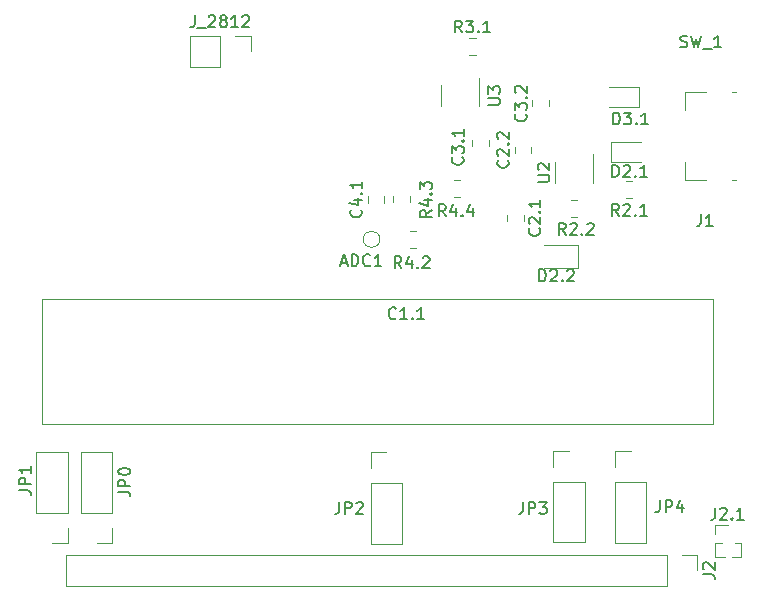
<source format=gbr>
G04 #@! TF.GenerationSoftware,KiCad,Pcbnew,5.1.5-52549c5~84~ubuntu16.04.1*
G04 #@! TF.CreationDate,2020-03-24T16:17:06-03:00*
G04 #@! TF.ProjectId,microbit_hat1_rd,6d696372-6f62-4697-945f-686174315f72,rev?*
G04 #@! TF.SameCoordinates,Original*
G04 #@! TF.FileFunction,Legend,Top*
G04 #@! TF.FilePolarity,Positive*
%FSLAX46Y46*%
G04 Gerber Fmt 4.6, Leading zero omitted, Abs format (unit mm)*
G04 Created by KiCad (PCBNEW 5.1.5-52549c5~84~ubuntu16.04.1) date 2020-03-24 16:17:06*
%MOMM*%
%LPD*%
G04 APERTURE LIST*
%ADD10C,0.120000*%
%ADD11C,0.150000*%
G04 APERTURE END LIST*
D10*
X206548240Y-103261160D02*
X206548240Y-113861160D01*
X149748240Y-103261160D02*
X149748240Y-113861160D01*
X149748240Y-113861160D02*
X206548240Y-113861160D01*
X149748240Y-103261160D02*
X206548240Y-103261160D01*
X205220880Y-124902920D02*
X205220880Y-126232920D01*
X203890880Y-124902920D02*
X205220880Y-124902920D01*
X202620880Y-124902920D02*
X202620880Y-127562920D01*
X202620880Y-127562920D02*
X151760880Y-127562920D01*
X202620880Y-124902920D02*
X151760880Y-124902920D01*
X151760880Y-124902920D02*
X151760880Y-127562920D01*
X186753140Y-86962820D02*
X186753140Y-84512820D01*
X183533140Y-85162820D02*
X183533140Y-86962820D01*
X196379740Y-93467760D02*
X196379740Y-91017760D01*
X193159740Y-91667760D02*
X193159740Y-93467760D01*
X181391192Y-97529580D02*
X180868688Y-97529580D01*
X181391192Y-98949580D02*
X180868688Y-98949580D01*
X180884900Y-95075752D02*
X180884900Y-94553248D01*
X179464900Y-95075752D02*
X179464900Y-94553248D01*
X184631588Y-94649360D02*
X185154092Y-94649360D01*
X184631588Y-93229360D02*
X185154092Y-93229360D01*
X185918208Y-82597060D02*
X186440712Y-82597060D01*
X185918208Y-81177060D02*
X186440712Y-81177060D01*
X199185788Y-94728100D02*
X199708292Y-94728100D01*
X199185788Y-93308100D02*
X199708292Y-93308100D01*
X194523728Y-96323220D02*
X195046232Y-96323220D01*
X194523728Y-94903220D02*
X195046232Y-94903220D01*
X198242880Y-116147540D02*
X199572880Y-116147540D01*
X198242880Y-117477540D02*
X198242880Y-116147540D01*
X198242880Y-118747540D02*
X200902880Y-118747540D01*
X200902880Y-118747540D02*
X200902880Y-123887540D01*
X198242880Y-118747540D02*
X198242880Y-123887540D01*
X198242880Y-123887540D02*
X200902880Y-123887540D01*
X193028260Y-116122140D02*
X194358260Y-116122140D01*
X193028260Y-117452140D02*
X193028260Y-116122140D01*
X193028260Y-118722140D02*
X195688260Y-118722140D01*
X195688260Y-118722140D02*
X195688260Y-123862140D01*
X193028260Y-118722140D02*
X193028260Y-123862140D01*
X193028260Y-123862140D02*
X195688260Y-123862140D01*
X177559660Y-116238980D02*
X178889660Y-116238980D01*
X177559660Y-117568980D02*
X177559660Y-116238980D01*
X177559660Y-118838980D02*
X180219660Y-118838980D01*
X180219660Y-118838980D02*
X180219660Y-123978980D01*
X177559660Y-118838980D02*
X177559660Y-123978980D01*
X177559660Y-123978980D02*
X180219660Y-123978980D01*
X151906280Y-123956120D02*
X150576280Y-123956120D01*
X151906280Y-122626120D02*
X151906280Y-123956120D01*
X151906280Y-121356120D02*
X149246280Y-121356120D01*
X149246280Y-121356120D02*
X149246280Y-116216120D01*
X151906280Y-121356120D02*
X151906280Y-116216120D01*
X151906280Y-116216120D02*
X149246280Y-116216120D01*
X155688340Y-123956120D02*
X154358340Y-123956120D01*
X155688340Y-122626120D02*
X155688340Y-123956120D01*
X155688340Y-121356120D02*
X153028340Y-121356120D01*
X153028340Y-121356120D02*
X153028340Y-116216120D01*
X155688340Y-121356120D02*
X155688340Y-116216120D01*
X155688340Y-116216120D02*
X153028340Y-116216120D01*
X206725500Y-122422380D02*
X207835500Y-122422380D01*
X206725500Y-123182380D02*
X206725500Y-122422380D01*
X208398971Y-123942380D02*
X208945500Y-123942380D01*
X206725500Y-123942380D02*
X207272029Y-123942380D01*
X208945500Y-123942380D02*
X208945500Y-125147380D01*
X206725500Y-123942380D02*
X206725500Y-125147380D01*
X208143030Y-125147380D02*
X208945500Y-125147380D01*
X206725500Y-125147380D02*
X207527970Y-125147380D01*
X208177340Y-93228960D02*
X208527340Y-93228960D01*
X208177340Y-85708960D02*
X208527340Y-85708960D01*
X204167340Y-85708960D02*
X204167340Y-87268960D01*
X205977340Y-85708960D02*
X204167340Y-85708960D01*
X204167340Y-93228960D02*
X204167340Y-91668960D01*
X205977340Y-93228960D02*
X204167340Y-93228960D01*
X200295640Y-87011880D02*
X197745640Y-87011880D01*
X200295640Y-85311880D02*
X197745640Y-85311880D01*
X200295640Y-87011880D02*
X200295640Y-85311880D01*
X195137380Y-98704520D02*
X192277380Y-98704520D01*
X195137380Y-100624520D02*
X195137380Y-98704520D01*
X192277380Y-100624520D02*
X195137380Y-100624520D01*
X197910320Y-89932140D02*
X200460320Y-89932140D01*
X197910320Y-91632140D02*
X200460320Y-91632140D01*
X197910320Y-89932140D02*
X197910320Y-91632140D01*
X178723360Y-95098392D02*
X178723360Y-94575888D01*
X177303360Y-95098392D02*
X177303360Y-94575888D01*
X191240340Y-86432648D02*
X191240340Y-86955152D01*
X192660340Y-86432648D02*
X192660340Y-86955152D01*
X187595580Y-90300552D02*
X187595580Y-89778048D01*
X186175580Y-90300552D02*
X186175580Y-89778048D01*
X191159200Y-90902312D02*
X191159200Y-90379808D01*
X189739200Y-90902312D02*
X189739200Y-90379808D01*
X189121980Y-96138208D02*
X189121980Y-96660712D01*
X190541980Y-96138208D02*
X190541980Y-96660712D01*
X178339980Y-98209100D02*
G75*
G03X178339980Y-98209100I-700000J0D01*
G01*
X162230000Y-80970000D02*
X162230000Y-83630000D01*
X164830000Y-80970000D02*
X162230000Y-80970000D01*
X164830000Y-83630000D02*
X162230000Y-83630000D01*
X164830000Y-80970000D02*
X164830000Y-83630000D01*
X166100000Y-80970000D02*
X167430000Y-80970000D01*
X167430000Y-80970000D02*
X167430000Y-82300000D01*
D11*
X179702887Y-104888302D02*
X179655268Y-104935921D01*
X179512411Y-104983540D01*
X179417173Y-104983540D01*
X179274316Y-104935921D01*
X179179078Y-104840683D01*
X179131459Y-104745445D01*
X179083840Y-104554969D01*
X179083840Y-104412112D01*
X179131459Y-104221636D01*
X179179078Y-104126398D01*
X179274316Y-104031160D01*
X179417173Y-103983540D01*
X179512411Y-103983540D01*
X179655268Y-104031160D01*
X179702887Y-104078779D01*
X180655268Y-104983540D02*
X180083840Y-104983540D01*
X180369554Y-104983540D02*
X180369554Y-103983540D01*
X180274316Y-104126398D01*
X180179078Y-104221636D01*
X180083840Y-104269255D01*
X181083840Y-104888302D02*
X181131459Y-104935921D01*
X181083840Y-104983540D01*
X181036220Y-104935921D01*
X181083840Y-104888302D01*
X181083840Y-104983540D01*
X182083840Y-104983540D02*
X181512411Y-104983540D01*
X181798125Y-104983540D02*
X181798125Y-103983540D01*
X181702887Y-104126398D01*
X181607649Y-104221636D01*
X181512411Y-104269255D01*
X205673260Y-126566253D02*
X206387546Y-126566253D01*
X206530403Y-126613872D01*
X206625641Y-126709110D01*
X206673260Y-126851967D01*
X206673260Y-126947205D01*
X205768499Y-126137681D02*
X205720880Y-126090062D01*
X205673260Y-125994824D01*
X205673260Y-125756729D01*
X205720880Y-125661491D01*
X205768499Y-125613872D01*
X205863737Y-125566253D01*
X205958975Y-125566253D01*
X206101832Y-125613872D01*
X206673260Y-126185300D01*
X206673260Y-125566253D01*
X187495520Y-86824724D02*
X188305044Y-86824724D01*
X188400282Y-86777105D01*
X188447901Y-86729486D01*
X188495520Y-86634248D01*
X188495520Y-86443772D01*
X188447901Y-86348534D01*
X188400282Y-86300915D01*
X188305044Y-86253296D01*
X187495520Y-86253296D01*
X187495520Y-85872343D02*
X187495520Y-85253296D01*
X187876473Y-85586629D01*
X187876473Y-85443772D01*
X187924092Y-85348534D01*
X187971711Y-85300915D01*
X188066949Y-85253296D01*
X188305044Y-85253296D01*
X188400282Y-85300915D01*
X188447901Y-85348534D01*
X188495520Y-85443772D01*
X188495520Y-85729486D01*
X188447901Y-85824724D01*
X188400282Y-85872343D01*
X191687200Y-93329664D02*
X192496724Y-93329664D01*
X192591962Y-93282045D01*
X192639581Y-93234426D01*
X192687200Y-93139188D01*
X192687200Y-92948712D01*
X192639581Y-92853474D01*
X192591962Y-92805855D01*
X192496724Y-92758236D01*
X191687200Y-92758236D01*
X191782439Y-92329664D02*
X191734820Y-92282045D01*
X191687200Y-92186807D01*
X191687200Y-91948712D01*
X191734820Y-91853474D01*
X191782439Y-91805855D01*
X191877677Y-91758236D01*
X191972915Y-91758236D01*
X192115772Y-91805855D01*
X192687200Y-92377283D01*
X192687200Y-91758236D01*
X203789494Y-81923521D02*
X203932351Y-81971140D01*
X204170446Y-81971140D01*
X204265684Y-81923521D01*
X204313303Y-81875902D01*
X204360922Y-81780664D01*
X204360922Y-81685426D01*
X204313303Y-81590188D01*
X204265684Y-81542569D01*
X204170446Y-81494950D01*
X203979970Y-81447331D01*
X203884732Y-81399712D01*
X203837113Y-81352093D01*
X203789494Y-81256855D01*
X203789494Y-81161617D01*
X203837113Y-81066379D01*
X203884732Y-81018760D01*
X203979970Y-80971140D01*
X204218065Y-80971140D01*
X204360922Y-81018760D01*
X204694256Y-80971140D02*
X204932351Y-81971140D01*
X205122827Y-81256855D01*
X205313303Y-81971140D01*
X205551399Y-80971140D01*
X205694256Y-82066379D02*
X206456160Y-82066379D01*
X207218065Y-81971140D02*
X206646637Y-81971140D01*
X206932351Y-81971140D02*
X206932351Y-80971140D01*
X206837113Y-81113998D01*
X206741875Y-81209236D01*
X206646637Y-81256855D01*
X180167707Y-100657920D02*
X179834374Y-100181730D01*
X179596279Y-100657920D02*
X179596279Y-99657920D01*
X179977231Y-99657920D01*
X180072469Y-99705540D01*
X180120088Y-99753159D01*
X180167707Y-99848397D01*
X180167707Y-99991254D01*
X180120088Y-100086492D01*
X180072469Y-100134111D01*
X179977231Y-100181730D01*
X179596279Y-100181730D01*
X181024850Y-99991254D02*
X181024850Y-100657920D01*
X180786755Y-99610301D02*
X180548660Y-100324587D01*
X181167707Y-100324587D01*
X181548660Y-100562682D02*
X181596279Y-100610301D01*
X181548660Y-100657920D01*
X181501040Y-100610301D01*
X181548660Y-100562682D01*
X181548660Y-100657920D01*
X181977231Y-99753159D02*
X182024850Y-99705540D01*
X182120088Y-99657920D01*
X182358183Y-99657920D01*
X182453421Y-99705540D01*
X182501040Y-99753159D01*
X182548660Y-99848397D01*
X182548660Y-99943635D01*
X182501040Y-100086492D01*
X181929612Y-100657920D01*
X182548660Y-100657920D01*
X182712620Y-95755032D02*
X182236430Y-96088365D01*
X182712620Y-96326460D02*
X181712620Y-96326460D01*
X181712620Y-95945508D01*
X181760240Y-95850270D01*
X181807859Y-95802651D01*
X181903097Y-95755032D01*
X182045954Y-95755032D01*
X182141192Y-95802651D01*
X182188811Y-95850270D01*
X182236430Y-95945508D01*
X182236430Y-96326460D01*
X182045954Y-94897889D02*
X182712620Y-94897889D01*
X181665001Y-95135984D02*
X182379287Y-95374080D01*
X182379287Y-94755032D01*
X182617382Y-94374080D02*
X182665001Y-94326460D01*
X182712620Y-94374080D01*
X182665001Y-94421699D01*
X182617382Y-94374080D01*
X182712620Y-94374080D01*
X181712620Y-93993127D02*
X181712620Y-93374080D01*
X182093573Y-93707413D01*
X182093573Y-93564556D01*
X182141192Y-93469318D01*
X182188811Y-93421699D01*
X182284049Y-93374080D01*
X182522144Y-93374080D01*
X182617382Y-93421699D01*
X182665001Y-93469318D01*
X182712620Y-93564556D01*
X182712620Y-93850270D01*
X182665001Y-93945508D01*
X182617382Y-93993127D01*
X183909127Y-96251020D02*
X183575794Y-95774830D01*
X183337699Y-96251020D02*
X183337699Y-95251020D01*
X183718651Y-95251020D01*
X183813889Y-95298640D01*
X183861508Y-95346259D01*
X183909127Y-95441497D01*
X183909127Y-95584354D01*
X183861508Y-95679592D01*
X183813889Y-95727211D01*
X183718651Y-95774830D01*
X183337699Y-95774830D01*
X184766270Y-95584354D02*
X184766270Y-96251020D01*
X184528175Y-95203401D02*
X184290080Y-95917687D01*
X184909127Y-95917687D01*
X185290080Y-96155782D02*
X185337699Y-96203401D01*
X185290080Y-96251020D01*
X185242460Y-96203401D01*
X185290080Y-96155782D01*
X185290080Y-96251020D01*
X186194841Y-95584354D02*
X186194841Y-96251020D01*
X185956746Y-95203401D02*
X185718651Y-95917687D01*
X186337699Y-95917687D01*
X185298507Y-80689440D02*
X184965174Y-80213250D01*
X184727079Y-80689440D02*
X184727079Y-79689440D01*
X185108031Y-79689440D01*
X185203269Y-79737060D01*
X185250888Y-79784679D01*
X185298507Y-79879917D01*
X185298507Y-80022774D01*
X185250888Y-80118012D01*
X185203269Y-80165631D01*
X185108031Y-80213250D01*
X184727079Y-80213250D01*
X185631840Y-79689440D02*
X186250888Y-79689440D01*
X185917555Y-80070393D01*
X186060412Y-80070393D01*
X186155650Y-80118012D01*
X186203269Y-80165631D01*
X186250888Y-80260869D01*
X186250888Y-80498964D01*
X186203269Y-80594202D01*
X186155650Y-80641821D01*
X186060412Y-80689440D01*
X185774698Y-80689440D01*
X185679460Y-80641821D01*
X185631840Y-80594202D01*
X186679460Y-80594202D02*
X186727079Y-80641821D01*
X186679460Y-80689440D01*
X186631840Y-80641821D01*
X186679460Y-80594202D01*
X186679460Y-80689440D01*
X187679460Y-80689440D02*
X187108031Y-80689440D01*
X187393745Y-80689440D02*
X187393745Y-79689440D01*
X187298507Y-79832298D01*
X187203269Y-79927536D01*
X187108031Y-79975155D01*
X198566087Y-96223080D02*
X198232754Y-95746890D01*
X197994659Y-96223080D02*
X197994659Y-95223080D01*
X198375611Y-95223080D01*
X198470849Y-95270700D01*
X198518468Y-95318319D01*
X198566087Y-95413557D01*
X198566087Y-95556414D01*
X198518468Y-95651652D01*
X198470849Y-95699271D01*
X198375611Y-95746890D01*
X197994659Y-95746890D01*
X198947040Y-95318319D02*
X198994659Y-95270700D01*
X199089897Y-95223080D01*
X199327992Y-95223080D01*
X199423230Y-95270700D01*
X199470849Y-95318319D01*
X199518468Y-95413557D01*
X199518468Y-95508795D01*
X199470849Y-95651652D01*
X198899420Y-96223080D01*
X199518468Y-96223080D01*
X199947040Y-96127842D02*
X199994659Y-96175461D01*
X199947040Y-96223080D01*
X199899420Y-96175461D01*
X199947040Y-96127842D01*
X199947040Y-96223080D01*
X200947040Y-96223080D02*
X200375611Y-96223080D01*
X200661325Y-96223080D02*
X200661325Y-95223080D01*
X200566087Y-95365938D01*
X200470849Y-95461176D01*
X200375611Y-95508795D01*
X194064047Y-97828360D02*
X193730714Y-97352170D01*
X193492619Y-97828360D02*
X193492619Y-96828360D01*
X193873571Y-96828360D01*
X193968809Y-96875980D01*
X194016428Y-96923599D01*
X194064047Y-97018837D01*
X194064047Y-97161694D01*
X194016428Y-97256932D01*
X193968809Y-97304551D01*
X193873571Y-97352170D01*
X193492619Y-97352170D01*
X194445000Y-96923599D02*
X194492619Y-96875980D01*
X194587857Y-96828360D01*
X194825952Y-96828360D01*
X194921190Y-96875980D01*
X194968809Y-96923599D01*
X195016428Y-97018837D01*
X195016428Y-97114075D01*
X194968809Y-97256932D01*
X194397380Y-97828360D01*
X195016428Y-97828360D01*
X195445000Y-97733122D02*
X195492619Y-97780741D01*
X195445000Y-97828360D01*
X195397380Y-97780741D01*
X195445000Y-97733122D01*
X195445000Y-97828360D01*
X195873571Y-96923599D02*
X195921190Y-96875980D01*
X196016428Y-96828360D01*
X196254523Y-96828360D01*
X196349761Y-96875980D01*
X196397380Y-96923599D01*
X196445000Y-97018837D01*
X196445000Y-97114075D01*
X196397380Y-97256932D01*
X195825952Y-97828360D01*
X196445000Y-97828360D01*
X202054246Y-120318280D02*
X202054246Y-121032566D01*
X202006627Y-121175423D01*
X201911389Y-121270661D01*
X201768532Y-121318280D01*
X201673294Y-121318280D01*
X202530437Y-121318280D02*
X202530437Y-120318280D01*
X202911389Y-120318280D01*
X203006627Y-120365900D01*
X203054246Y-120413519D01*
X203101865Y-120508757D01*
X203101865Y-120651614D01*
X203054246Y-120746852D01*
X203006627Y-120794471D01*
X202911389Y-120842090D01*
X202530437Y-120842090D01*
X203959008Y-120651614D02*
X203959008Y-121318280D01*
X203720913Y-120270661D02*
X203482818Y-120984947D01*
X204101865Y-120984947D01*
X190459146Y-120473220D02*
X190459146Y-121187506D01*
X190411527Y-121330363D01*
X190316289Y-121425601D01*
X190173432Y-121473220D01*
X190078194Y-121473220D01*
X190935337Y-121473220D02*
X190935337Y-120473220D01*
X191316289Y-120473220D01*
X191411527Y-120520840D01*
X191459146Y-120568459D01*
X191506765Y-120663697D01*
X191506765Y-120806554D01*
X191459146Y-120901792D01*
X191411527Y-120949411D01*
X191316289Y-120997030D01*
X190935337Y-120997030D01*
X191840099Y-120473220D02*
X192459146Y-120473220D01*
X192125813Y-120854173D01*
X192268670Y-120854173D01*
X192363908Y-120901792D01*
X192411527Y-120949411D01*
X192459146Y-121044649D01*
X192459146Y-121282744D01*
X192411527Y-121377982D01*
X192363908Y-121425601D01*
X192268670Y-121473220D01*
X191982956Y-121473220D01*
X191887718Y-121425601D01*
X191840099Y-121377982D01*
X174896566Y-120473220D02*
X174896566Y-121187506D01*
X174848947Y-121330363D01*
X174753709Y-121425601D01*
X174610852Y-121473220D01*
X174515614Y-121473220D01*
X175372757Y-121473220D02*
X175372757Y-120473220D01*
X175753709Y-120473220D01*
X175848947Y-120520840D01*
X175896566Y-120568459D01*
X175944185Y-120663697D01*
X175944185Y-120806554D01*
X175896566Y-120901792D01*
X175848947Y-120949411D01*
X175753709Y-120997030D01*
X175372757Y-120997030D01*
X176325138Y-120568459D02*
X176372757Y-120520840D01*
X176467995Y-120473220D01*
X176706090Y-120473220D01*
X176801328Y-120520840D01*
X176848947Y-120568459D01*
X176896566Y-120663697D01*
X176896566Y-120758935D01*
X176848947Y-120901792D01*
X176277519Y-121473220D01*
X176896566Y-121473220D01*
X147790920Y-119441173D02*
X148505206Y-119441173D01*
X148648063Y-119488792D01*
X148743301Y-119584030D01*
X148790920Y-119726887D01*
X148790920Y-119822125D01*
X148790920Y-118964982D02*
X147790920Y-118964982D01*
X147790920Y-118584030D01*
X147838540Y-118488792D01*
X147886159Y-118441173D01*
X147981397Y-118393554D01*
X148124254Y-118393554D01*
X148219492Y-118441173D01*
X148267111Y-118488792D01*
X148314730Y-118584030D01*
X148314730Y-118964982D01*
X148790920Y-117441173D02*
X148790920Y-118012601D01*
X148790920Y-117726887D02*
X147790920Y-117726887D01*
X147933778Y-117822125D01*
X148029016Y-117917363D01*
X148076635Y-118012601D01*
X156195780Y-119596113D02*
X156910066Y-119596113D01*
X157052923Y-119643732D01*
X157148161Y-119738970D01*
X157195780Y-119881827D01*
X157195780Y-119977065D01*
X157195780Y-119119922D02*
X156195780Y-119119922D01*
X156195780Y-118738970D01*
X156243400Y-118643732D01*
X156291019Y-118596113D01*
X156386257Y-118548494D01*
X156529114Y-118548494D01*
X156624352Y-118596113D01*
X156671971Y-118643732D01*
X156719590Y-118738970D01*
X156719590Y-119119922D01*
X156195780Y-117929446D02*
X156195780Y-117834208D01*
X156243400Y-117738970D01*
X156291019Y-117691351D01*
X156386257Y-117643732D01*
X156576733Y-117596113D01*
X156814828Y-117596113D01*
X157005304Y-117643732D01*
X157100542Y-117691351D01*
X157148161Y-117738970D01*
X157195780Y-117834208D01*
X157195780Y-117929446D01*
X157148161Y-118024684D01*
X157100542Y-118072303D01*
X157005304Y-118119922D01*
X156814828Y-118167541D01*
X156576733Y-118167541D01*
X156386257Y-118119922D01*
X156291019Y-118072303D01*
X156243400Y-118024684D01*
X156195780Y-117929446D01*
X206724380Y-120935500D02*
X206724380Y-121649786D01*
X206676761Y-121792643D01*
X206581523Y-121887881D01*
X206438666Y-121935500D01*
X206343428Y-121935500D01*
X207152952Y-121030739D02*
X207200571Y-120983120D01*
X207295809Y-120935500D01*
X207533904Y-120935500D01*
X207629142Y-120983120D01*
X207676761Y-121030739D01*
X207724380Y-121125977D01*
X207724380Y-121221215D01*
X207676761Y-121364072D01*
X207105333Y-121935500D01*
X207724380Y-121935500D01*
X208152952Y-121840262D02*
X208200571Y-121887881D01*
X208152952Y-121935500D01*
X208105333Y-121887881D01*
X208152952Y-121840262D01*
X208152952Y-121935500D01*
X209152952Y-121935500D02*
X208581523Y-121935500D01*
X208867238Y-121935500D02*
X208867238Y-120935500D01*
X208772000Y-121078358D01*
X208676761Y-121173596D01*
X208581523Y-121221215D01*
X205531126Y-96099380D02*
X205531126Y-96813666D01*
X205483507Y-96956523D01*
X205388269Y-97051761D01*
X205245412Y-97099380D01*
X205150174Y-97099380D01*
X206531126Y-97099380D02*
X205959698Y-97099380D01*
X206245412Y-97099380D02*
X206245412Y-96099380D01*
X206150174Y-96242238D01*
X206054936Y-96337476D01*
X205959698Y-96385095D01*
X198092559Y-88486240D02*
X198092559Y-87486240D01*
X198330654Y-87486240D01*
X198473511Y-87533860D01*
X198568749Y-87629098D01*
X198616368Y-87724336D01*
X198663987Y-87914812D01*
X198663987Y-88057669D01*
X198616368Y-88248145D01*
X198568749Y-88343383D01*
X198473511Y-88438621D01*
X198330654Y-88486240D01*
X198092559Y-88486240D01*
X198997320Y-87486240D02*
X199616368Y-87486240D01*
X199283035Y-87867193D01*
X199425892Y-87867193D01*
X199521130Y-87914812D01*
X199568749Y-87962431D01*
X199616368Y-88057669D01*
X199616368Y-88295764D01*
X199568749Y-88391002D01*
X199521130Y-88438621D01*
X199425892Y-88486240D01*
X199140178Y-88486240D01*
X199044940Y-88438621D01*
X198997320Y-88391002D01*
X200044940Y-88391002D02*
X200092559Y-88438621D01*
X200044940Y-88486240D01*
X199997320Y-88438621D01*
X200044940Y-88391002D01*
X200044940Y-88486240D01*
X201044940Y-88486240D02*
X200473511Y-88486240D01*
X200759225Y-88486240D02*
X200759225Y-87486240D01*
X200663987Y-87629098D01*
X200568749Y-87724336D01*
X200473511Y-87771955D01*
X191824999Y-101766900D02*
X191824999Y-100766900D01*
X192063094Y-100766900D01*
X192205951Y-100814520D01*
X192301189Y-100909758D01*
X192348808Y-101004996D01*
X192396427Y-101195472D01*
X192396427Y-101338329D01*
X192348808Y-101528805D01*
X192301189Y-101624043D01*
X192205951Y-101719281D01*
X192063094Y-101766900D01*
X191824999Y-101766900D01*
X192777380Y-100862139D02*
X192824999Y-100814520D01*
X192920237Y-100766900D01*
X193158332Y-100766900D01*
X193253570Y-100814520D01*
X193301189Y-100862139D01*
X193348808Y-100957377D01*
X193348808Y-101052615D01*
X193301189Y-101195472D01*
X192729760Y-101766900D01*
X193348808Y-101766900D01*
X193777380Y-101671662D02*
X193824999Y-101719281D01*
X193777380Y-101766900D01*
X193729760Y-101719281D01*
X193777380Y-101671662D01*
X193777380Y-101766900D01*
X194205951Y-100862139D02*
X194253570Y-100814520D01*
X194348808Y-100766900D01*
X194586903Y-100766900D01*
X194682141Y-100814520D01*
X194729760Y-100862139D01*
X194777380Y-100957377D01*
X194777380Y-101052615D01*
X194729760Y-101195472D01*
X194158332Y-101766900D01*
X194777380Y-101766900D01*
X198023979Y-92926160D02*
X198023979Y-91926160D01*
X198262074Y-91926160D01*
X198404931Y-91973780D01*
X198500169Y-92069018D01*
X198547788Y-92164256D01*
X198595407Y-92354732D01*
X198595407Y-92497589D01*
X198547788Y-92688065D01*
X198500169Y-92783303D01*
X198404931Y-92878541D01*
X198262074Y-92926160D01*
X198023979Y-92926160D01*
X198976360Y-92021399D02*
X199023979Y-91973780D01*
X199119217Y-91926160D01*
X199357312Y-91926160D01*
X199452550Y-91973780D01*
X199500169Y-92021399D01*
X199547788Y-92116637D01*
X199547788Y-92211875D01*
X199500169Y-92354732D01*
X198928740Y-92926160D01*
X199547788Y-92926160D01*
X199976360Y-92830922D02*
X200023979Y-92878541D01*
X199976360Y-92926160D01*
X199928740Y-92878541D01*
X199976360Y-92830922D01*
X199976360Y-92926160D01*
X200976360Y-92926160D02*
X200404931Y-92926160D01*
X200690645Y-92926160D02*
X200690645Y-91926160D01*
X200595407Y-92069018D01*
X200500169Y-92164256D01*
X200404931Y-92211875D01*
X176720502Y-95718092D02*
X176768121Y-95765711D01*
X176815740Y-95908568D01*
X176815740Y-96003806D01*
X176768121Y-96146663D01*
X176672883Y-96241901D01*
X176577645Y-96289520D01*
X176387169Y-96337140D01*
X176244312Y-96337140D01*
X176053836Y-96289520D01*
X175958598Y-96241901D01*
X175863360Y-96146663D01*
X175815740Y-96003806D01*
X175815740Y-95908568D01*
X175863360Y-95765711D01*
X175910979Y-95718092D01*
X176149074Y-94860949D02*
X176815740Y-94860949D01*
X175768121Y-95099044D02*
X176482407Y-95337140D01*
X176482407Y-94718092D01*
X176720502Y-94337140D02*
X176768121Y-94289520D01*
X176815740Y-94337140D01*
X176768121Y-94384759D01*
X176720502Y-94337140D01*
X176815740Y-94337140D01*
X176815740Y-93337140D02*
X176815740Y-93908568D01*
X176815740Y-93622854D02*
X175815740Y-93622854D01*
X175958598Y-93718092D01*
X176053836Y-93813330D01*
X176101455Y-93908568D01*
X190676802Y-87603952D02*
X190724421Y-87651571D01*
X190772040Y-87794428D01*
X190772040Y-87889666D01*
X190724421Y-88032523D01*
X190629183Y-88127761D01*
X190533945Y-88175380D01*
X190343469Y-88223000D01*
X190200612Y-88223000D01*
X190010136Y-88175380D01*
X189914898Y-88127761D01*
X189819660Y-88032523D01*
X189772040Y-87889666D01*
X189772040Y-87794428D01*
X189819660Y-87651571D01*
X189867279Y-87603952D01*
X189772040Y-87270619D02*
X189772040Y-86651571D01*
X190152993Y-86984904D01*
X190152993Y-86842047D01*
X190200612Y-86746809D01*
X190248231Y-86699190D01*
X190343469Y-86651571D01*
X190581564Y-86651571D01*
X190676802Y-86699190D01*
X190724421Y-86746809D01*
X190772040Y-86842047D01*
X190772040Y-87127761D01*
X190724421Y-87223000D01*
X190676802Y-87270619D01*
X190676802Y-86223000D02*
X190724421Y-86175380D01*
X190772040Y-86223000D01*
X190724421Y-86270619D01*
X190676802Y-86223000D01*
X190772040Y-86223000D01*
X189867279Y-85794428D02*
X189819660Y-85746809D01*
X189772040Y-85651571D01*
X189772040Y-85413476D01*
X189819660Y-85318238D01*
X189867279Y-85270619D01*
X189962517Y-85223000D01*
X190057755Y-85223000D01*
X190200612Y-85270619D01*
X190772040Y-85842047D01*
X190772040Y-85223000D01*
X185332642Y-91266852D02*
X185380261Y-91314471D01*
X185427880Y-91457328D01*
X185427880Y-91552566D01*
X185380261Y-91695423D01*
X185285023Y-91790661D01*
X185189785Y-91838280D01*
X184999309Y-91885900D01*
X184856452Y-91885900D01*
X184665976Y-91838280D01*
X184570738Y-91790661D01*
X184475500Y-91695423D01*
X184427880Y-91552566D01*
X184427880Y-91457328D01*
X184475500Y-91314471D01*
X184523119Y-91266852D01*
X184427880Y-90933519D02*
X184427880Y-90314471D01*
X184808833Y-90647804D01*
X184808833Y-90504947D01*
X184856452Y-90409709D01*
X184904071Y-90362090D01*
X184999309Y-90314471D01*
X185237404Y-90314471D01*
X185332642Y-90362090D01*
X185380261Y-90409709D01*
X185427880Y-90504947D01*
X185427880Y-90790661D01*
X185380261Y-90885900D01*
X185332642Y-90933519D01*
X185332642Y-89885900D02*
X185380261Y-89838280D01*
X185427880Y-89885900D01*
X185380261Y-89933519D01*
X185332642Y-89885900D01*
X185427880Y-89885900D01*
X185427880Y-88885900D02*
X185427880Y-89457328D01*
X185427880Y-89171614D02*
X184427880Y-89171614D01*
X184570738Y-89266852D01*
X184665976Y-89362090D01*
X184713595Y-89457328D01*
X189156342Y-91522012D02*
X189203961Y-91569631D01*
X189251580Y-91712488D01*
X189251580Y-91807726D01*
X189203961Y-91950583D01*
X189108723Y-92045821D01*
X189013485Y-92093440D01*
X188823009Y-92141060D01*
X188680152Y-92141060D01*
X188489676Y-92093440D01*
X188394438Y-92045821D01*
X188299200Y-91950583D01*
X188251580Y-91807726D01*
X188251580Y-91712488D01*
X188299200Y-91569631D01*
X188346819Y-91522012D01*
X188346819Y-91141060D02*
X188299200Y-91093440D01*
X188251580Y-90998202D01*
X188251580Y-90760107D01*
X188299200Y-90664869D01*
X188346819Y-90617250D01*
X188442057Y-90569631D01*
X188537295Y-90569631D01*
X188680152Y-90617250D01*
X189251580Y-91188679D01*
X189251580Y-90569631D01*
X189156342Y-90141060D02*
X189203961Y-90093440D01*
X189251580Y-90141060D01*
X189203961Y-90188679D01*
X189156342Y-90141060D01*
X189251580Y-90141060D01*
X188346819Y-89712488D02*
X188299200Y-89664869D01*
X188251580Y-89569631D01*
X188251580Y-89331536D01*
X188299200Y-89236298D01*
X188346819Y-89188679D01*
X188442057Y-89141060D01*
X188537295Y-89141060D01*
X188680152Y-89188679D01*
X189251580Y-89760107D01*
X189251580Y-89141060D01*
X191839122Y-97280412D02*
X191886741Y-97328031D01*
X191934360Y-97470888D01*
X191934360Y-97566126D01*
X191886741Y-97708983D01*
X191791503Y-97804221D01*
X191696265Y-97851840D01*
X191505789Y-97899460D01*
X191362932Y-97899460D01*
X191172456Y-97851840D01*
X191077218Y-97804221D01*
X190981980Y-97708983D01*
X190934360Y-97566126D01*
X190934360Y-97470888D01*
X190981980Y-97328031D01*
X191029599Y-97280412D01*
X191029599Y-96899460D02*
X190981980Y-96851840D01*
X190934360Y-96756602D01*
X190934360Y-96518507D01*
X190981980Y-96423269D01*
X191029599Y-96375650D01*
X191124837Y-96328031D01*
X191220075Y-96328031D01*
X191362932Y-96375650D01*
X191934360Y-96947079D01*
X191934360Y-96328031D01*
X191839122Y-95899460D02*
X191886741Y-95851840D01*
X191934360Y-95899460D01*
X191886741Y-95947079D01*
X191839122Y-95899460D01*
X191934360Y-95899460D01*
X191934360Y-94899460D02*
X191934360Y-95470888D01*
X191934360Y-95185174D02*
X190934360Y-95185174D01*
X191077218Y-95280412D01*
X191172456Y-95375650D01*
X191220075Y-95470888D01*
X175044314Y-100196946D02*
X175520504Y-100196946D01*
X174949076Y-100482660D02*
X175282409Y-99482660D01*
X175615742Y-100482660D01*
X175949076Y-100482660D02*
X175949076Y-99482660D01*
X176187171Y-99482660D01*
X176330028Y-99530280D01*
X176425266Y-99625518D01*
X176472885Y-99720756D01*
X176520504Y-99911232D01*
X176520504Y-100054089D01*
X176472885Y-100244565D01*
X176425266Y-100339803D01*
X176330028Y-100435041D01*
X176187171Y-100482660D01*
X175949076Y-100482660D01*
X177520504Y-100387422D02*
X177472885Y-100435041D01*
X177330028Y-100482660D01*
X177234790Y-100482660D01*
X177091933Y-100435041D01*
X176996695Y-100339803D01*
X176949076Y-100244565D01*
X176901457Y-100054089D01*
X176901457Y-99911232D01*
X176949076Y-99720756D01*
X176996695Y-99625518D01*
X177091933Y-99530280D01*
X177234790Y-99482660D01*
X177330028Y-99482660D01*
X177472885Y-99530280D01*
X177520504Y-99577899D01*
X178472885Y-100482660D02*
X177901457Y-100482660D01*
X178187171Y-100482660D02*
X178187171Y-99482660D01*
X178091933Y-99625518D01*
X177996695Y-99720756D01*
X177901457Y-99768375D01*
X162657142Y-79252380D02*
X162657142Y-79966666D01*
X162609523Y-80109523D01*
X162514285Y-80204761D01*
X162371428Y-80252380D01*
X162276190Y-80252380D01*
X162895238Y-80347619D02*
X163657142Y-80347619D01*
X163847619Y-79347619D02*
X163895238Y-79300000D01*
X163990476Y-79252380D01*
X164228571Y-79252380D01*
X164323809Y-79300000D01*
X164371428Y-79347619D01*
X164419047Y-79442857D01*
X164419047Y-79538095D01*
X164371428Y-79680952D01*
X163800000Y-80252380D01*
X164419047Y-80252380D01*
X164990476Y-79680952D02*
X164895238Y-79633333D01*
X164847619Y-79585714D01*
X164800000Y-79490476D01*
X164800000Y-79442857D01*
X164847619Y-79347619D01*
X164895238Y-79300000D01*
X164990476Y-79252380D01*
X165180952Y-79252380D01*
X165276190Y-79300000D01*
X165323809Y-79347619D01*
X165371428Y-79442857D01*
X165371428Y-79490476D01*
X165323809Y-79585714D01*
X165276190Y-79633333D01*
X165180952Y-79680952D01*
X164990476Y-79680952D01*
X164895238Y-79728571D01*
X164847619Y-79776190D01*
X164800000Y-79871428D01*
X164800000Y-80061904D01*
X164847619Y-80157142D01*
X164895238Y-80204761D01*
X164990476Y-80252380D01*
X165180952Y-80252380D01*
X165276190Y-80204761D01*
X165323809Y-80157142D01*
X165371428Y-80061904D01*
X165371428Y-79871428D01*
X165323809Y-79776190D01*
X165276190Y-79728571D01*
X165180952Y-79680952D01*
X166323809Y-80252380D02*
X165752380Y-80252380D01*
X166038095Y-80252380D02*
X166038095Y-79252380D01*
X165942857Y-79395238D01*
X165847619Y-79490476D01*
X165752380Y-79538095D01*
X166704761Y-79347619D02*
X166752380Y-79300000D01*
X166847619Y-79252380D01*
X167085714Y-79252380D01*
X167180952Y-79300000D01*
X167228571Y-79347619D01*
X167276190Y-79442857D01*
X167276190Y-79538095D01*
X167228571Y-79680952D01*
X166657142Y-80252380D01*
X167276190Y-80252380D01*
M02*

</source>
